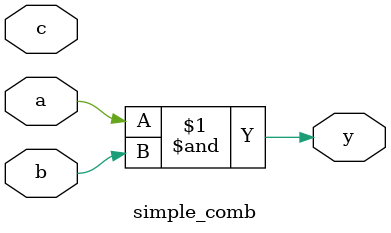
<source format=sv>
module simple_comb(
    input  logic a,
    input  logic b,
    input  logic c,
    output logic y
);
// TODO: Create a **behavioral** model of the given circuit for the truth table
// TODO: using the **cannonical sum-of-products** form.:
// TODO:  a b c | y
// TODO:  ------+---
// TODO:  0 0 0 | 0
// TODO:  0 0 1 | 1
// TODO:  0 1 0 | 0
// TODO:  0 1 1 | 0
// TODO:  1 0 0 | 1
// TODO:  1 0 1 | 0
// TODO:  1 1 0 | 0
// TODO:  1 1 1 | 0
// ! This should be super simple --- one line.  There's no need to simplify / etc.
// ! Short tutorial on Verilog operators at: https://alchitry.com/tutorials/verilog/verilog-operators/
// ! and Verilog expressions: https://verilogams.com/quickref/expressions.html
    assign y = a & b;  // FIXME



endmodule
    // ! Spoiler Alert solution below (scroll)



































    // ? Solution below:
    // assign y = ~a & ~b & c | a & ~b & ~c;

    // OR structural:

    // wire _a, _b, _c;
    // not(_a, a);
    // not(_b, b);
    // not(_c, c);
    // wire term1, term2, result;
    // and(term1, _a, _b, c);
    // and(term2, a, _b, _c);
    // or(result, term1, term2);
    // assign y = result;

</source>
